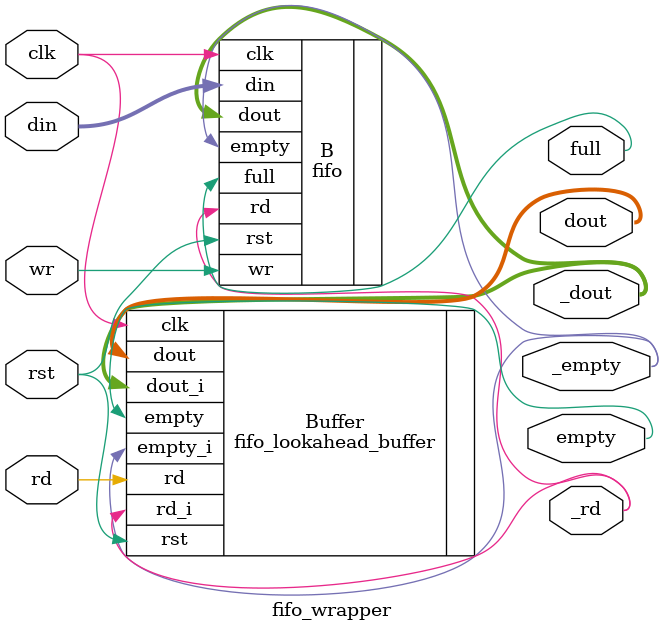
<source format=v>
 module fifo_wrapper (
    input clk,
    input rst,
    output full,
    input  wr,
    input [DATA_WIDTH - 1:0] din,
    output empty,
    input rd,
    output [DATA_WIDTH - 1:0] dout,
     output [DATA_WIDTH - 1:0] _dout,
     output _empty, _rd
);

    localparam DATA_WIDTH = 32;


//    wire [DATA_WIDTH - 1:0] _dout;



    fifo #(
        .DATA_WIDTH                     (DATA_WIDTH)
        ,.LOOKAHEAD                     (1)
    ) B (
        .clk        (clk)
        ,.rst       (rst)
        ,.full      (full)
        ,.wr        (wr)
        ,.din       (din)
        ,.empty     (_empty)
        ,.rd        (_rd)
        ,.dout      (_dout)
        );

    fifo_lookahead_buffer #(
        .DATA_WIDTH                     (DATA_WIDTH)
        ,.REVERSED                      (1)
    ) Buffer (
        .clk        (clk)
        ,.rst       (rst)
        ,.empty_i   (_empty)
        ,.rd_i      (_rd)
        ,.dout_i    (_dout)
        ,.empty     (empty)
        ,.rd        (rd)
        ,.dout      (dout)
        );

endmodule

</source>
